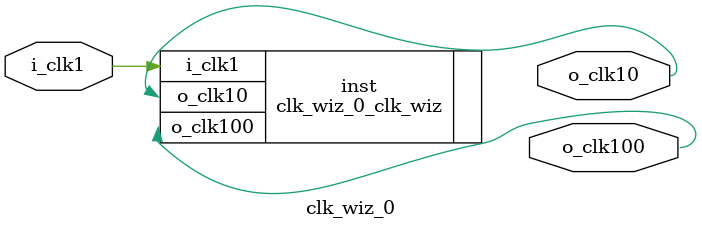
<source format=v>


`timescale 1ps/1ps

(* CORE_GENERATION_INFO = "clk_wiz_0,clk_wiz_v6_0_5_0_0,{component_name=clk_wiz_0,use_phase_alignment=true,use_min_o_jitter=false,use_max_i_jitter=false,use_dyn_phase_shift=false,use_inclk_switchover=false,use_dyn_reconfig=false,enable_axi=0,feedback_source=FDBK_AUTO,PRIMITIVE=MMCM,num_out_clk=2,clkin1_period=10.000,clkin2_period=10.000,use_power_down=false,use_reset=false,use_locked=false,use_inclk_stopped=false,feedback_type=SINGLE,CLOCK_MGR_TYPE=NA,manual_override=false}" *)

module clk_wiz_0 
 (
  // Clock out ports
  output        o_clk100,
  output        o_clk10,
 // Clock in ports
  input         i_clk1
 );

  clk_wiz_0_clk_wiz inst
  (
  // Clock out ports  
  .o_clk100(o_clk100),
  .o_clk10(o_clk10),
 // Clock in ports
  .i_clk1(i_clk1)
  );

endmodule

</source>
